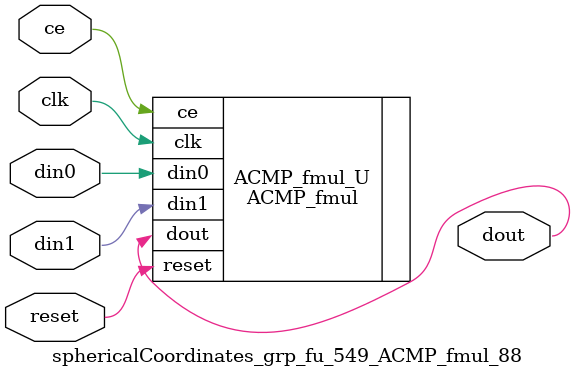
<source format=v>

`timescale 1 ns / 1 ps
module sphericalCoordinates_grp_fu_549_ACMP_fmul_88(
    clk,
    reset,
    ce,
    din0,
    din1,
    dout);

parameter ID = 32'd1;
parameter NUM_STAGE = 32'd1;
parameter din0_WIDTH = 32'd1;
parameter din1_WIDTH = 32'd1;
parameter dout_WIDTH = 32'd1;
input clk;
input reset;
input ce;
input[din0_WIDTH - 1:0] din0;
input[din1_WIDTH - 1:0] din1;
output[dout_WIDTH - 1:0] dout;



ACMP_fmul #(
.ID( ID ),
.NUM_STAGE( 4 ),
.din0_WIDTH( din0_WIDTH ),
.din1_WIDTH( din1_WIDTH ),
.dout_WIDTH( dout_WIDTH ))
ACMP_fmul_U(
    .clk( clk ),
    .reset( reset ),
    .ce( ce ),
    .din0( din0 ),
    .din1( din1 ),
    .dout( dout ));

endmodule

</source>
